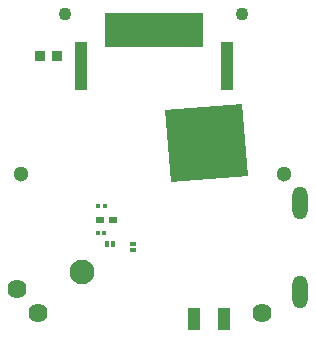
<source format=gbs>
G04 #@! TF.FileFunction,Soldermask,Bot*
%FSLAX46Y46*%
G04 Gerber Fmt 4.6, Leading zero omitted, Abs format (unit mm)*
G04 Created by KiCad (PCBNEW 4.0.5+dfsg1-4) date Mon Jul 30 14:02:08 2018*
%MOMM*%
%LPD*%
G01*
G04 APERTURE LIST*
%ADD10C,0.100000*%
%ADD11R,1.100000X1.900000*%
%ADD12R,0.700000X0.600000*%
%ADD13R,0.400000X0.450000*%
%ADD14R,0.380000X0.530000*%
%ADD15R,0.530000X0.380000*%
%ADD16R,1.100000X4.100000*%
%ADD17R,0.900000X0.850000*%
%ADD18O,1.300000X2.800000*%
%ADD19C,1.100000*%
%ADD20C,1.300000*%
%ADD21R,8.400000X2.850000*%
%ADD22C,1.624000*%
%ADD23C,2.100000*%
G04 APERTURE END LIST*
D10*
D11*
X112876000Y-84876000D03*
X115376000Y-84876000D03*
D12*
X104898000Y-76494000D03*
X105998000Y-76494000D03*
D13*
X104728000Y-75351000D03*
X105288000Y-75351000D03*
X104702000Y-77637000D03*
X105262000Y-77637000D03*
D14*
X106004000Y-78526000D03*
X105484000Y-78526000D03*
D15*
X107649000Y-79040000D03*
X107649000Y-78520000D03*
D16*
X103300000Y-63500000D03*
X115600000Y-63500000D03*
D17*
X101287000Y-62651000D03*
X99787000Y-62651000D03*
D18*
X121800000Y-82600000D03*
X121800000Y-75100000D03*
D10*
G36*
X110899319Y-73295590D02*
X110420718Y-67214394D01*
X116900681Y-66704410D01*
X117379282Y-72785606D01*
X110899319Y-73295590D01*
X110899319Y-73295590D01*
G37*
D19*
X116900000Y-59100000D03*
D20*
X120500000Y-72600000D03*
X98200000Y-72600000D03*
D19*
X101900000Y-59100000D03*
D21*
X109500000Y-60400000D03*
D22*
X99600000Y-84400000D03*
X97870000Y-82400000D03*
X118600000Y-84400000D03*
D23*
X103350000Y-80900000D03*
M02*

</source>
